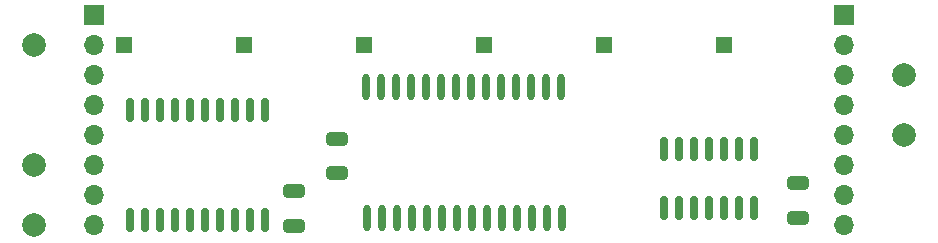
<source format=gts>
G04 #@! TF.GenerationSoftware,KiCad,Pcbnew,6.0.8-f2edbf62ab~116~ubuntu20.04.1*
G04 #@! TF.CreationDate,2022-10-06T15:54:14+01:00*
G04 #@! TF.ProjectId,slrm,736c726d-2e6b-4696-9361-645f70636258,rev?*
G04 #@! TF.SameCoordinates,Original*
G04 #@! TF.FileFunction,Soldermask,Top*
G04 #@! TF.FilePolarity,Negative*
%FSLAX46Y46*%
G04 Gerber Fmt 4.6, Leading zero omitted, Abs format (unit mm)*
G04 Created by KiCad (PCBNEW 6.0.8-f2edbf62ab~116~ubuntu20.04.1) date 2022-10-06 15:54:14*
%MOMM*%
%LPD*%
G01*
G04 APERTURE LIST*
G04 Aperture macros list*
%AMRoundRect*
0 Rectangle with rounded corners*
0 $1 Rounding radius*
0 $2 $3 $4 $5 $6 $7 $8 $9 X,Y pos of 4 corners*
0 Add a 4 corners polygon primitive as box body*
4,1,4,$2,$3,$4,$5,$6,$7,$8,$9,$2,$3,0*
0 Add four circle primitives for the rounded corners*
1,1,$1+$1,$2,$3*
1,1,$1+$1,$4,$5*
1,1,$1+$1,$6,$7*
1,1,$1+$1,$8,$9*
0 Add four rect primitives between the rounded corners*
20,1,$1+$1,$2,$3,$4,$5,0*
20,1,$1+$1,$4,$5,$6,$7,0*
20,1,$1+$1,$6,$7,$8,$9,0*
20,1,$1+$1,$8,$9,$2,$3,0*%
G04 Aperture macros list end*
%ADD10C,2.000000*%
%ADD11R,1.350000X1.350000*%
%ADD12O,0.600000X2.250000*%
%ADD13R,1.700000X1.700000*%
%ADD14O,1.700000X1.700000*%
%ADD15RoundRect,0.250000X0.650000X-0.325000X0.650000X0.325000X-0.650000X0.325000X-0.650000X-0.325000X0*%
%ADD16RoundRect,0.150000X-0.150000X0.875000X-0.150000X-0.875000X0.150000X-0.875000X0.150000X0.875000X0*%
%ADD17RoundRect,0.150000X-0.150000X0.825000X-0.150000X-0.825000X0.150000X-0.825000X0.150000X0.825000X0*%
%ADD18RoundRect,0.250000X-0.650000X0.325000X-0.650000X-0.325000X0.650000X-0.325000X0.650000X0.325000X0*%
G04 APERTURE END LIST*
D10*
G04 #@! TO.C,GND*
X114300000Y-99060000D03*
G04 #@! TD*
G04 #@! TO.C,RAS*
X187960000Y-96520000D03*
G04 #@! TD*
G04 #@! TO.C,WR*
X187960000Y-91440000D03*
G04 #@! TD*
G04 #@! TO.C,+5V*
X114300000Y-104140000D03*
G04 #@! TD*
G04 #@! TO.C,CAS*
X114300000Y-88900000D03*
G04 #@! TD*
D11*
G04 #@! TO.C,D6*
X121920000Y-88900000D03*
G04 #@! TD*
G04 #@! TO.C,D2*
X162560000Y-88900000D03*
G04 #@! TD*
G04 #@! TO.C,D4*
X142240000Y-88900000D03*
G04 #@! TD*
D12*
G04 #@! TO.C,SRAM*
X142433809Y-92450000D03*
X143703809Y-92450000D03*
X144973809Y-92450000D03*
X146243809Y-92450000D03*
X147513809Y-92450000D03*
X148783809Y-92450000D03*
X150053809Y-92450000D03*
X151323809Y-92450000D03*
X152593809Y-92450000D03*
X153863809Y-92450000D03*
X155133809Y-92450000D03*
X156403809Y-92450000D03*
X157673809Y-92450000D03*
X158943809Y-92450000D03*
X159003809Y-103550000D03*
X157733809Y-103550000D03*
X156463809Y-103550000D03*
X155193809Y-103550000D03*
X153923809Y-103550000D03*
X152653809Y-103550000D03*
X151383809Y-103550000D03*
X150113809Y-103550000D03*
X148843809Y-103550000D03*
X147573809Y-103550000D03*
X146303809Y-103550000D03*
X145033809Y-103550000D03*
X143763809Y-103550000D03*
X142493809Y-103550000D03*
G04 #@! TD*
D13*
G04 #@! TO.C,J1*
X119380000Y-86360000D03*
D14*
X119380000Y-88900000D03*
X119380000Y-91440000D03*
X119380000Y-93980000D03*
X119380000Y-96520000D03*
X119380000Y-99060000D03*
X119380000Y-101600000D03*
X119380000Y-104140000D03*
G04 #@! TD*
D15*
G04 #@! TO.C,C1*
X179000000Y-103475000D03*
X179000000Y-100525000D03*
G04 #@! TD*
G04 #@! TO.C,C2*
X136300000Y-104150000D03*
X136300000Y-101200000D03*
G04 #@! TD*
D13*
G04 #@! TO.C,J8*
X182880000Y-86360000D03*
D14*
X182880000Y-88900000D03*
X182880000Y-91440000D03*
X182880000Y-93980000D03*
X182880000Y-96520000D03*
X182880000Y-99060000D03*
X182880000Y-101600000D03*
X182880000Y-104140000D03*
G04 #@! TD*
D11*
G04 #@! TO.C,D5*
X132080000Y-88900000D03*
G04 #@! TD*
G04 #@! TO.C,D1*
X172720000Y-88900000D03*
G04 #@! TD*
D16*
G04 #@! TO.C,LATCH*
X133815000Y-94390000D03*
X132545000Y-94390000D03*
X131275000Y-94390000D03*
X130005000Y-94390000D03*
X128735000Y-94390000D03*
X127465000Y-94390000D03*
X126195000Y-94390000D03*
X124925000Y-94390000D03*
X123655000Y-94390000D03*
X122385000Y-94390000D03*
X122385000Y-103690000D03*
X123655000Y-103690000D03*
X124925000Y-103690000D03*
X126195000Y-103690000D03*
X127465000Y-103690000D03*
X128735000Y-103690000D03*
X130005000Y-103690000D03*
X131275000Y-103690000D03*
X132545000Y-103690000D03*
X133815000Y-103690000D03*
G04 #@! TD*
D17*
G04 #@! TO.C,INV*
X175285000Y-97715000D03*
X174015000Y-97715000D03*
X172745000Y-97715000D03*
X171475000Y-97715000D03*
X170205000Y-97715000D03*
X168935000Y-97715000D03*
X167665000Y-97715000D03*
X167665000Y-102665000D03*
X168935000Y-102665000D03*
X170205000Y-102665000D03*
X171475000Y-102665000D03*
X172745000Y-102665000D03*
X174015000Y-102665000D03*
X175285000Y-102665000D03*
G04 #@! TD*
D11*
G04 #@! TO.C,D3*
X152400000Y-88900000D03*
G04 #@! TD*
D18*
G04 #@! TO.C,C3*
X139900000Y-96789583D03*
X139900000Y-99739583D03*
G04 #@! TD*
M02*

</source>
